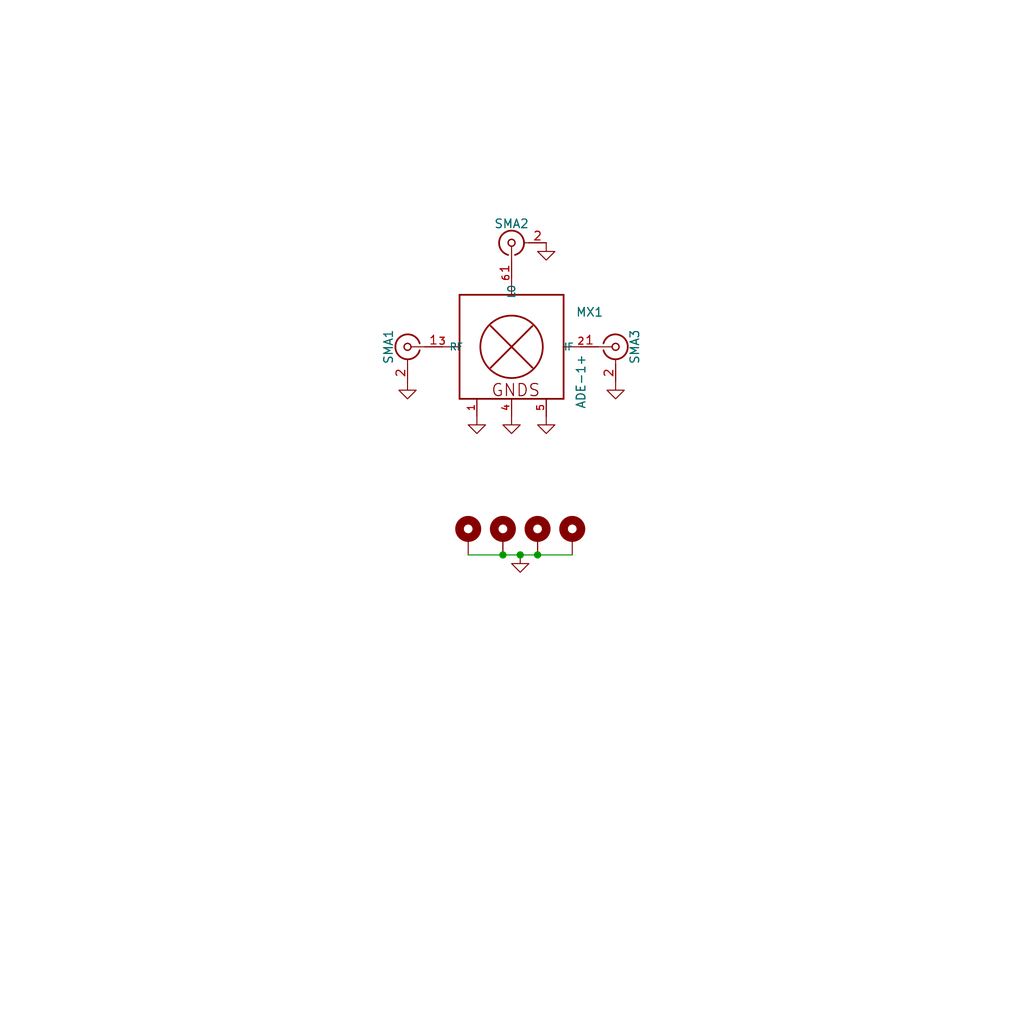
<source format=kicad_sch>
(kicad_sch (version 20230121) (generator eeschema)
  (paper "User" 150.012 150.012)
  (title_block (title "ADE-1+ Mixer BoB") (date "2023-09-22") (company "Dhiru Kholia (VU3CER)"))
  (lib_symbols
    (symbol "ADE-1:ADE-1" (pin_names (offset 1.016))
      (property "Reference" "MX" (at -2.5404 10.1615 0))
      (property "Value" "ADE-1" (at 2.5422 8.3894 0))
      (symbol "ADE-1_0_0"
        (polyline (pts (xy -10.16 0) (xy -7.62 0)) (stroke (width 0.1524)))
        (polyline (pts (xy -7.62 -7.62) (xy -7.62 0)) (stroke (width 0.254)))
        (polyline (pts (xy -7.62 0) (xy -7.62 7.62)) (stroke (width 0.254)))
        (polyline (pts (xy -7.62 7.62) (xy 0 7.62)) (stroke (width 0.254)))
        (polyline (pts (xy -3.048 -3.048) (xy 3.048 3.048)) (stroke (width 0.254)))
        (polyline (pts (xy -3.048 3.048) (xy 3.048 -3.048)) (stroke (width 0.254)))
        (polyline (pts (xy 0 7.62) (xy 7.62 7.62)) (stroke (width 0.254)))
        (polyline (pts (xy 0 10.16) (xy 0 7.62)) (stroke (width 0.1524)))
        (polyline (pts (xy 7.62 -7.62) (xy -7.62 -7.62)) (stroke (width 0.254)))
        (polyline (pts (xy 7.62 0) (xy 7.62 -7.62)) (stroke (width 0.254)))
        (polyline (pts (xy 7.62 7.62) (xy 7.62 0)) (stroke (width 0.254)))
        (polyline (pts (xy 10.16 0) (xy 7.62 0)) (stroke (width 0.1524)))
        (circle (center 0 0) (radius 4.572) (stroke (width 0.254)))
        (text "GNDS" (at -3.0529 -7.3778 0) (effects (font (size 1.7809 1.7809)) (justify left bottom)))
        (pin passive line (at -5.08 -10.16 90) (length 2.54) (name "~") (number "1"))
        (pin passive line (at 10.16 0 180) (length 0) (name "IF") (number "2"))
        (pin passive line (at -10.16 0 0) (length 0) (name "RF") (number "3"))
        (pin passive line (at 0 -10.16 90) (length 2.54) (name "~") (number "4"))
        (pin passive line (at 5.08 -10.16 90) (length 2.54) (name "~") (number "5"))
        (pin passive line (at 0 10.16 270) (length 0) (name "LO") (number "6"))
      )
    )
    (symbol "Connector:Conn_Coaxial" (pin_names (offset 1.016) hide)
      (property "Reference" "J" (at 0.254 3.048 0))
      (property "Value" "Conn_Coaxial" (at 2.921 0 90))
      (symbol "Conn_Coaxial_0_1"
        (arc (start -1.778 -0.508) (mid 0.2311 -1.8066) (end 1.778 0) (stroke (width 0.254)))
        (polyline (pts (xy -2.54 0) (xy -0.508 0)))
        (polyline (pts (xy 0 -2.54) (xy 0 -1.778)))
        (circle (center 0 0) (radius 0.508) (stroke (width 0.2032)))
        (arc (start 1.778 0) (mid 0.2099 1.8101) (end -1.778 0.508) (stroke (width 0.254)))
      )
      (symbol "Conn_Coaxial_1_1"
        (pin passive line (at -5.08 0 0) (length 2.54) (name "In") (number "1"))
        (pin passive line (at 0 -5.08 90) (length 2.54) (name "Ext") (number "2"))
      )
    )
    (symbol "Mechanical:MountingHole_Pad" (pin_numbers hide) (pin_names (offset 1.016) hide)
      (property "Reference" "H" (at 0 6.35 0))
      (property "Value" "MountingHole_Pad" (at 0 4.445 0))
      (symbol "MountingHole_Pad_0_1"
        (circle (center 0 1.27) (radius 1.27) (stroke (width 1.27)))
      )
      (symbol "MountingHole_Pad_1_1"
        (pin input line (at 0 -2.54 90) (length 2.54) (name "1") (number "1"))
      )
    )
    (symbol "power:GND" (power) (pin_names (offset 0))
      (property "Value" "GND" (at 0 -3.81 0))
      (symbol "GND_0_1"
        (polyline (pts (xy 0 0) (xy 0 -1.27) (xy 1.27 -1.27) (xy 0 -2.54) (xy -1.27 -1.27) (xy 0 -1.27)))
      )
      (symbol "GND_1_1"
        (pin power_in line (at 0 0 270) (length 0) hide (name "GND") (number "1"))
      )
    )
  )
  (junction (at 78.74 81.28))
  (junction (at 76.2 81.28))
  (junction (at 73.66 81.28))
  (wire (pts (xy 73.66 81.28) (xy 76.2 81.28)))
  (wire (pts (xy 68.58 81.28) (xy 73.66 81.28)))
  (wire (pts (xy 78.74 81.28) (xy 83.82 81.28)))
  (wire (pts (xy 76.2 81.28) (xy 78.74 81.28)))
  (symbol (lib_id "power:GND") (at 90.17 55.88 0) (unit 1)
    (property "Reference" "#PWR01" (effects hide))
    (property "Value" "GND" (effects hide))
  )
  (symbol (lib_id "Mechanical:MountingHole_Pad") (at 73.66 78.74 0) (unit 1)
    (property "Reference" "H2" (effects hide))
    (property "Value" "MountingHole_Pad" (effects hide))
    (property "Footprint" "MountingHole:MountingHole_3.2mm_M3_Pad_Via" (effects hide))
  )
  (symbol (lib_id "Connector:Conn_Coaxial") (at 59.69 50.8 0) (mirror y) (unit 1)
    (property "Reference" "SMA1" (at 56.896 50.8 90))
    (property "Value" "RF" (effects hide))
    (property "Footprint" "Connector_Coaxial:SMA_Samtec_SMA-J-P-X-ST-EM1_EdgeMount" (effects hide))
    (property "Datasheet" " ~" (effects hide))
  )
  (symbol (lib_id "power:GND") (at 80.01 60.96 0) (unit 1)
    (property "Reference" "#PWR04" (effects hide))
    (property "Value" "GND" (effects hide))
  )
  (symbol (lib_id "Mechanical:MountingHole_Pad") (at 83.82 78.74 0) (unit 1)
    (property "Reference" "H4" (effects hide))
    (property "Value" "MountingHole_Pad" (effects hide))
    (property "Footprint" "MountingHole:MountingHole_3.2mm_M3_Pad_Via" (effects hide))
  )
  (symbol (lib_id "power:GND") (at 59.69 55.88 0) (unit 1)
    (property "Reference" "#PWR05" (effects hide))
    (property "Value" "GND" (effects hide))
  )
  (symbol (lib_id "Mechanical:MountingHole_Pad") (at 68.58 78.74 0) (unit 1)
    (property "Reference" "H1" (effects hide))
    (property "Value" "MountingHole_Pad" (effects hide))
    (property "Footprint" "MountingHole:MountingHole_3.2mm_M3_Pad_Via" (effects hide))
  )
  (symbol (lib_id "ADE-1:ADE-1") (at 74.93 50.8 0) (unit 1)
    (property "Reference" "MX1" (at 86.36 45.72 0))
    (property "Value" "ADE-1+" (at 85.09 55.88 90))
    (property "Footprint" "footprints:CD636_Modded" (effects hide))
    (property "MF" "Mini-Circuits" (effects hide))
    (property "Description" "\nRF Mixer IC VHF/UHF 500kHz ~ 500MHz\n" (effects hide))
    (property "Package" "None" (effects hide))
    (property "Price" "None" (effects hide))
    (property "SnapEDA_Link" "https://www.snapeda.com/parts/ADE-1+/Mini-Circuits/view-part/?ref=snap" (effects hide))
    (property "MP" "ADE-1+" (effects hide))
    (property "Purchase-URL" "https://www.snapeda.com/api/url_track_click_mouser/?unipart_id=12211248&manufacturer=Mini-Circuits&part_name=ADE-1+&search_term=ade-1" (effects hide))
    (property "Availability" "In Stock" (effects hide))
    (property "Check_prices" "https://www.snapeda.com/parts/ADE-1+/Mini-Circuits/view-part/?ref=eda" (effects hide))
  )
  (symbol (lib_id "power:GND") (at 80.01 35.56 0) (unit 1)
    (property "Reference" "#PWR06" (effects hide))
    (property "Value" "GND" (effects hide))
  )
  (symbol (lib_id "Connector:Conn_Coaxial") (at 90.17 50.8 0) (unit 1)
    (property "Reference" "SMA3" (at 92.964 50.8 90))
    (property "Value" "IF" (effects hide))
    (property "Footprint" "Connector_Coaxial:SMA_Samtec_SMA-J-P-X-ST-EM1_EdgeMount" (effects hide))
    (property "Datasheet" " ~" (effects hide))
  )
  (symbol (lib_id "Mechanical:MountingHole_Pad") (at 78.74 78.74 0) (unit 1)
    (property "Reference" "H3" (effects hide))
    (property "Value" "MountingHole_Pad" (effects hide))
    (property "Footprint" "MountingHole:MountingHole_3.2mm_M3_Pad_Via" (effects hide))
  )
  (symbol (lib_id "Connector:Conn_Coaxial") (at 74.93 35.56 90) (unit 1)
    (property "Reference" "SMA2" (at 74.93 32.766 90))
    (property "Value" "LO" (effects hide))
    (property "Footprint" "Connector_Coaxial:SMA_Samtec_SMA-J-P-X-ST-EM1_EdgeMount" (effects hide))
    (property "Datasheet" " ~" (effects hide))
  )
  (symbol (lib_id "power:GND") (at 69.85 60.96 0) (unit 1)
    (property "Reference" "#PWR03" (effects hide))
    (property "Value" "GND" (effects hide))
  )
  (symbol (lib_id "power:GND") (at 74.93 60.96 0) (unit 1)
    (property "Reference" "#PWR02" (effects hide))
    (property "Value" "GND" (effects hide))
  )
  (symbol (lib_id "power:GND") (at 76.2 81.28 0) (unit 1)
    (property "Reference" "#PWR016" (effects hide))
    (property "Value" "GND" (effects hide))
  )
)
</source>
